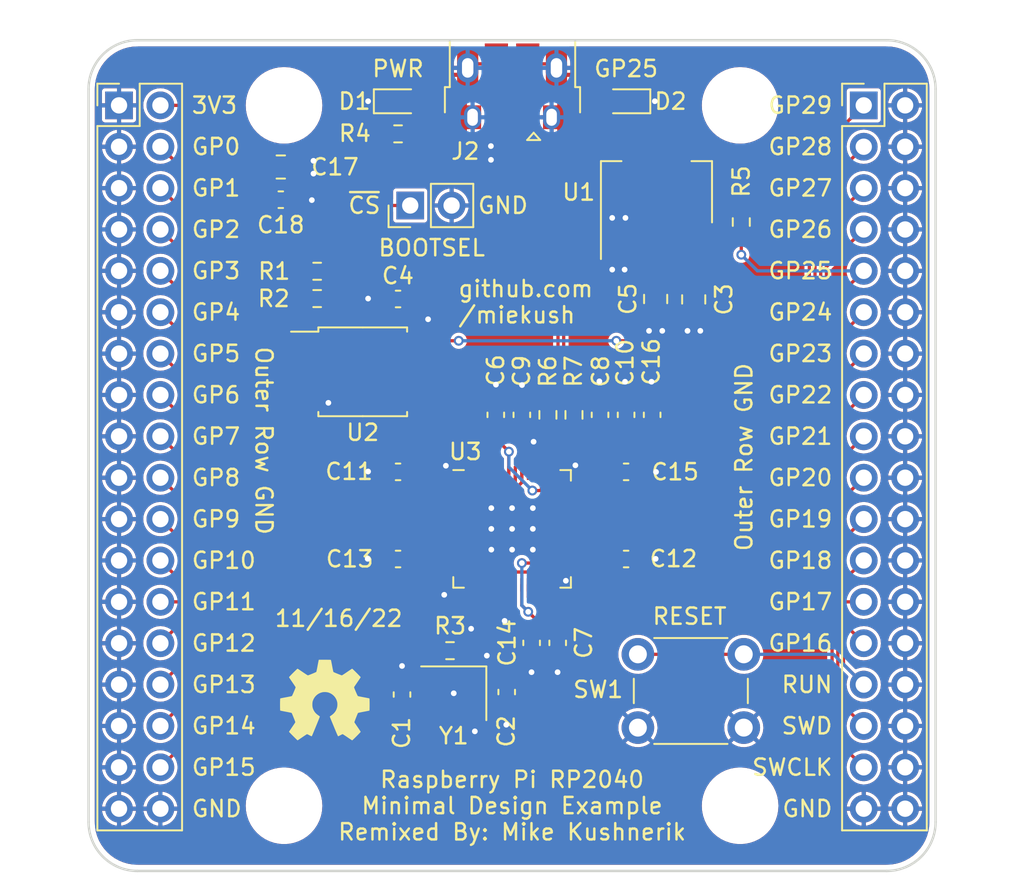
<source format=kicad_pcb>
(kicad_pcb (version 20211014) (generator pcbnew)
  (title_block (title "RP2040 Minimal Design Example") (date "2020-07-13") (rev "REV1") (company "Raspberry Pi (Trading) Ltd"))
  (layers (0 "F.Cu" signal) (31 "B.Cu" signal) (34 "B.Paste" user) (35 "F.Paste" user) (36 "B.SilkS" user "B.Silkscreen") (37 "F.SilkS" user "F.Silkscreen") (38 "B.Mask" user) (39 "F.Mask" user) (44 "Edge.Cuts" user))
  (net 0 "")
  (net 1 "GND")
  (net 2 "VBUS")
  (net 3 "/XIN")
  (net 4 "/XOUT")
  (net 5 "+3V3")
  (net 6 "+1V1")
  (net 7 "/~{USB_BOOT}")
  (net 8 "/GPIO15")
  (net 9 "/GPIO14")
  (net 10 "/GPIO13")
  (net 11 "/GPIO12")
  (net 12 "/GPIO11")
  (net 13 "/GPIO10")
  (net 14 "/GPIO9")
  (net 15 "/GPIO8")
  (net 16 "/GPIO7")
  (net 17 "/GPIO6")
  (net 18 "/GPIO5")
  (net 19 "/GPIO4")
  (net 20 "/GPIO3")
  (net 21 "/GPIO2")
  (net 22 "/GPIO1")
  (net 23 "/GPIO0")
  (net 24 "/GPIO29_ADC3")
  (net 25 "/GPIO28_ADC2")
  (net 26 "/GPIO27_ADC1")
  (net 27 "/GPIO26_ADC0")
  (net 28 "/GPIO25")
  (net 29 "/GPIO24")
  (net 30 "/GPIO23")
  (net 31 "/GPIO22")
  (net 32 "/GPIO21")
  (net 33 "/GPIO20")
  (net 34 "/GPIO19")
  (net 35 "/GPIO18")
  (net 36 "/GPIO17")
  (net 37 "/GPIO16")
  (net 38 "/RUN")
  (net 39 "/SWD")
  (net 40 "/SWCLK")
  (net 41 "/QSPI_SS")
  (net 42 "Net-(C2-Pad1)")
  (net 43 "/QSPI_SD3")
  (net 44 "/QSPI_SCLK")
  (net 45 "/QSPI_SD0")
  (net 46 "/QSPI_SD2")
  (net 47 "/QSPI_SD1")
  (net 48 "/USB_D+")
  (net 49 "/USB_D-")
  (net 51 "Net-(D1-Pad2)")
  (net 52 "Net-(D2-Pad2)")
  (net 53 "Net-(R6-Pad2)")
  (net 54 "Net-(R7-Pad2)")
  (footprint "Capacitor_SMD:C_0805_2012Metric" (layer "F.Cu") (at 108.8138 85.8872 -90)
    (fp_text reference "C5")
    (fp_text value "10u")
  )
  (footprint "RP2040_minimal:USB_Micro-B_Amphenol_10103594-0001LF_Horizontal_modified" (layer "F.Cu") (at 100 71.7 180)
    (fp_text reference "J2")
    (fp_text value "USB_B_Micro")
  )
  (footprint "Connector_PinHeader_2.54mm:PinHeader_2x18_P2.54mm_Vertical" (layer "F.Cu") (at 75.87 74)
    (fp_text reference "J3" hide)
    (fp_text value "Conn_02x18_Odd_Even")
  )
  (footprint "Capacitor_SMD:C_0603_1608Metric" (layer "F.Cu") (at 107 93 90)
    (fp_text reference "C10")
    (fp_text value "1u")
  )
  (footprint "Capacitor_SMD:C_0603_1608Metric" (layer "F.Cu") (at 105.4 93 90)
    (fp_text reference "C8")
    (fp_text value "1u")
  )
  (footprint "Capacitor_SMD:C_0603_1608Metric" (layer "F.Cu") (at 93 101.85 180)
    (fp_text reference "C13")
    (fp_text value "100n")
  )
  (footprint "Capacitor_SMD:C_0603_1608Metric" (layer "F.Cu") (at 93 85.8872 180)
    (fp_text reference "C4")
    (fp_text value "100n")
  )
  (footprint "Resistor_SMD:R_0603_1608Metric" (layer "F.Cu") (at 88.0342 85.8618 180)
    (fp_text reference "R2")
    (fp_text value "10K")
  )
  (footprint "Connector_PinHeader_2.54mm:PinHeader_2x18_P2.54mm_Vertical" (layer "F.Cu") (at 121.59 74)
    (fp_text reference "J4" hide)
    (fp_text value "Conn_02x18_Odd_Even")
  )
  (footprint "Package_TO_SOT_SMD:SOT-223-3_TabPin2" (layer "F.Cu") (at 108.8646 79.334 90)
    (fp_text reference "U1")
    (fp_text value "NCP1117-3.3_SOT223")
  )
  (footprint "Package_SO:SOIC-8_5.23x5.23mm_P1.27mm" (layer "F.Cu") (at 90.8306 90.3576)
    (fp_text reference "U2")
    (fp_text value "W25Q128JVS")
  )
  (footprint "Capacitor_SMD:C_0603_1608Metric" (layer "F.Cu") (at 99.6698 110.0172 -90)
    (fp_text reference "C2")
    (fp_text value "27p")
  )
  (footprint "Resistor_SMD:R_0603_1608Metric" (layer "F.Cu") (at 88.0342 84.1854)
    (fp_text reference "R1")
    (fp_text value "1k")
  )
  (footprint "Capacitor_SMD:C_0603_1608Metric" (layer "F.Cu") (at 100.6 93 90)
    (fp_text reference "C9")
    (fp_text value "100n")
  )
  (footprint "Capacitor_SMD:C_0603_1608Metric" (layer "F.Cu") (at 107 101.85)
    (fp_text reference "C12")
    (fp_text value "100n")
  )
  (footprint "Capacitor_SMD:C_0603_1608Metric" (layer "F.Cu") (at 101.2 107 -90)
    (fp_text reference "C14")
    (fp_text value "100n")
  )
  (footprint "Resistor_SMD:R_0603_1608Metric" (layer "F.Cu") (at 102.2 93 -90)
    (fp_text reference "R6")
    (fp_text value "27")
  )
  (footprint "Capacitor_SMD:C_0603_1608Metric" (layer "F.Cu") (at 102.8 107 -90)
    (fp_text reference "C7")
    (fp_text value "100n")
  )
  (footprint "Capacitor_SMD:C_0805_2012Metric" (layer "F.Cu") (at 111.1506 85.9126 -90)
    (fp_text reference "C3")
    (fp_text value "10u")
  )
  (footprint "Capacitor_SMD:C_0603_1608Metric" (layer "F.Cu") (at 93 96.5 180)
    (fp_text reference "C11")
    (fp_text value "100n")
  )
  (footprint "Capacitor_SMD:C_0603_1608Metric" (layer "F.Cu") (at 108.6 93 90)
    (fp_text reference "C16")
    (fp_text value "100n")
  )
  (footprint "RP2040_minimal:RP2040-QFN-56" (layer "F.Cu") (at 100 100)
    (fp_text reference "U3")
    (fp_text value "RP2040")
  )
  (footprint "Capacitor_SMD:C_0603_1608Metric" (layer "F.Cu") (at 93.2436 110.1696 90)
    (fp_text reference "C1")
    (fp_text value "27p")
  )
  (footprint "MountingHole:MountingHole_2.7mm_M2.5" (layer "F.Cu") (at 114 74)
    (fp_text reference "H2" hide)
    (fp_text value "MountingHole")
  )
  (footprint "Resistor_SMD:R_0603_1608Metric" (layer "F.Cu") (at 103.8 93 -90)
    (fp_text reference "R7")
    (fp_text value "27")
  )
  (footprint "MountingHole:MountingHole_2.7mm_M2.5" (layer "F.Cu") (at 114 117)
    (fp_text reference "H3" hide)
    (fp_text value "MountingHole")
  )
  (footprint "Capacitor_SMD:C_0603_1608Metric" (layer "F.Cu") (at 99 93 90)
    (fp_text reference "C6")
    (fp_text value "100n")
  )
  (footprint "Capacitor_SMD:C_0603_1608Metric" (layer "F.Cu") (at 107 96.5)
    (fp_text reference "C15")
    (fp_text value "100n")
  )
  (footprint "Resistor_SMD:R_0603_1608Metric" (layer "F.Cu") (at 96.19 107.4772 180)
    (fp_text reference "R3")
    (fp_text value "1k")
  )
  (footprint "MountingHole:MountingHole_2.7mm_M2.5" (layer "F.Cu") (at 86 74)
    (fp_text reference "H1" hide)
    (fp_text value "MountingHole")
  )
  (footprint "MountingHole:MountingHole_2.7mm_M2.5" (layer "F.Cu") (at 86 117)
    (fp_text reference "H4" hide)
    (fp_text value "MountingHole")
  )
  (footprint "Capacitor_SMD:C_0805_2012Metric" (layer "F.Cu") (at 85.8014 77.7846)
    (fp_text reference "C17")
    (fp_text value "10u")
  )
  (footprint "LOGO" (layer "F.Cu") (at 88.5 110.5)
    (fp_text reference "G***" hide)
    (fp_text value "LOGO" hide)
  )
  (footprint "Resistor_SMD:R_0603_1608Metric" (layer "F.Cu") (at 93 75.75)
    (fp_text reference "R4")
    (fp_text value "1k")
  )
  (footprint "Connector_PinHeader_2.54mm:PinHeader_1x02_P2.54mm_Vertical" (layer "F.Cu") (at 93.7466 80.1468 90)
    (fp_text reference "J1" hide)
    (fp_text value "BOOTSEL")
  )
  (footprint "LED_SMD:LED_0603_1608Metric" (layer "F.Cu") (at 107 73.75 180)
    (fp_text reference "D2")
    (fp_text value "GP25")
  )
  (footprint "Capacitor_SMD:C_0603_1608Metric" (layer "F.Cu") (at 85.8014 79.7912)
    (fp_text reference "C18")
    (fp_text value "100n")
  )
  (footprint "Button_Switch_THT:SW_PUSH_6mm" (layer "F.Cu") (at 114.224 112.2016 180)
    (fp_text reference "SW1")
    (fp_text value "RESET")
  )
  (footprint "Resistor_SMD:R_0603_1608Metric" (layer "F.Cu") (at 114.0716 81.1628 90)
    (fp_text reference "R5")
    (fp_text value "1k")
  )
  (footprint "Crystal:Crystal_SMD_Abracon_ABM8G-4Pin_3.2x2.5mm" (layer "F.Cu") (at 96.4186 110.0934 180)
    (fp_text reference "Y1")
    (fp_text value "12MHz")
  )
  (footprint "LED_SMD:LED_0603_1608Metric" (layer "F.Cu") (at 93 73.75)
    (fp_text reference "D1")
    (fp_text value "PWR")
  )
  (gr_line (start 123 121) (end 77 121) (layer "Edge.Cuts") (width 0.15))
  (gr_line (start 126 73) (end 126 118) (layer "Edge.Cuts") (width 0.15))
  (gr_line (start 77 70) (end 123 70) (layer "Edge.Cuts") (width 0.15))
  (gr_line (start 74 118) (end 74 73) (layer "Edge.Cuts") (width 0.15))
  (gr_arc (start 77 121) (mid 74.87868 120.12132) (end 74 118) (layer "Edge.Cuts") (width 0.15))
  (gr_arc (start 126 118) (mid 125.12132 120.12132) (end 123 121) (layer "Edge.Cuts") (width 0.15))
  (gr_arc (start 123 70) (mid 125.12132 70.87868) (end 126 73) (layer "Edge.Cuts") (width 0.15))
  (gr_arc (start 74 73) (mid 74.87868 70.87868) (end 77 70) (layer "Edge.Cuts") (width 0.15))
  (gr_text "GP1" (at 80.25 79.08) (layer "F.SilkS") (effects (font (size 1 1)) (justify left)))
  (gr_text "GP2" (at 80.25 81.62) (layer "F.SilkS") (effects (font (size 1 1)) (justify left)))
  (gr_text "GP3" (at 80.25 84.16) (layer "F.SilkS") (effects (font (size 1 1)) (justify left)))
  (gr_text "GP4" (at 80.25 86.7) (layer "F.SilkS") (effects (font (size 1 1)) (justify left)))
  (gr_text "GP5" (at 80.25 89.24) (layer "F.SilkS") (effects (font (size 1 1)) (justify left)))
  (gr_text "GP6" (at 80.25 91.78) (layer "F.SilkS") (effects (font (size 1 1)) (justify left)))
  (gr_text "GP7" (at 80.25 94.32) (layer "F.SilkS") (effects (font (size 1 1)) (justify left)))
  (gr_text "GP8" (at 80.25 96.86) (layer "F.SilkS") (effects (font (size 1 1)) (justify left)))
  (gr_text "GP9" (at 80.25 99.4) (layer "F.SilkS") (effects (font (size 1 1)) (justify left)))
  (gr_text "GP11" (at 80.25 104.48) (layer "F.SilkS") (effects (font (size 1 1)) (justify left)))
  (gr_text "GP10" (at 80.25 101.94) (layer "F.SilkS") (effects (font (size 1 1)) (justify left)))
  (gr_text "GP12" (at 80.25 107.02) (layer "F.SilkS") (effects (font (size 1 1)) (justify left)))
  (gr_text "GP13" (at 80.25 109.56) (layer "F.SilkS") (effects (font (size 1 1)) (justify left)))
  (gr_text "GP15" (at 80.25 114.64) (layer "F.SilkS") (effects (font (size 1 1)) (justify left)))
  (gr_text "GP14" (at 80.25 112.1) (layer "F.SilkS") (effects (font (size 1 1)) (justify left)))
  (gr_text "GP28" (at 119.75 76.54) (layer "F.SilkS") (effects (font (size 1 1)) (justify right)))
  (gr_text "GP27" (at 119.75 79.08) (layer "F.SilkS") (effects (font (size 1 1)) (justify right)))
  (gr_text "GP26" (at 119.75 81.62) (layer "F.SilkS") (effects (font (size 1 1)) (justify right)))
  (gr_text "GP25" (at 119.75 84.16) (layer "F.SilkS") (effects (font (size 1 1)) (justify right)))
  (gr_text "GP24" (at 119.75 86.7) (layer "F.SilkS") (effects (font (size 1 1)) (justify right)))
  (gr_text "GP23" (at 119.75 89.24) (layer "F.SilkS") (effects (font (size 1 1)) (justify right)))
  (gr_text "GP21" (at 119.75 94.32) (layer "F.SilkS") (effects (font (size 1 1)) (justify right)))
  (gr_text "GP20" (at 119.75 96.86) (layer "F.SilkS") (effects (font (size 1 1)) (justify right)))
  (gr_text "GP19" (at 119.75 99.4) (layer "F.SilkS") (effects (font (size 1 1)) (justify right)))
  (gr_text "GP17" (at 119.75 104.48) (layer "F.SilkS") (effects (font (size 1 1)) (justify right)))
  (gr_text "GP22" (at 119.75 91.78) (layer "F.SilkS") (effects (font (size 1 1)) (justify right)))
  (gr_text "GP18" (at 119.75 101.94) (layer "F.SilkS") (effects (font (size 1 1)) (justify right)))
  (gr_text "SWCLK" (at 119.75 114.64) (layer "F.SilkS") (effects (font (size 1 1)) (justify right)))
  (gr_text "SWD" (at 119.75 112.1) (layer "F.SilkS") (effects (font (size 1 1)) (justify right)))
  (gr_text "GP16" (at 119.75 107.02) (layer "F.SilkS") (effects (font (size 1 1)) (justify right)))
  (gr_text "RUN" (at 119.75 109.56) (layer "F.SilkS") (effects (font (size 1 1)) (justify right)))
  (gr_text "GND" (at 80.25 117.18) (layer "F.SilkS") (effects (font (size 1 1)) (justify left)))
  (gr_text "GND" (at 119.75 117.18) (layer "F.SilkS") (effects (font (size 1 1)) (justify right)))
  (gr_text "GP29" (at 119.75 74) (layer "F.SilkS") (effects (font (size 1 1)) (justify right)))
  (gr_text "Outer Row GND" (at 84.76 94.59 270) (layer "F.SilkS") (effects (font (size 1 1))))
  (gr_text "Outer Row GND" (at 114.24 95.59 90) (layer "F.SilkS") (effects (font (size 1 1))))
  (gr_text "Raspberry Pi RP2040\nMinimal Design Example\nRemixed By: Mike Kushnerik" (at 100 117) (layer "F.SilkS") (effects (font (size 1 1))))
  (gr_text "github.com\n/miekush" (at 96.6218 86.065) (layer "F.SilkS") (effects (font (size 1 1)) (justify left)))
  (gr_text "GND" (at 99.4412 80.1468) (layer "F.SilkS") (effects (font (size 1 1))))
  (gr_text "~{CS}" (at 90.9322 80.1468) (layer "F.SilkS") (effects (font (size 1 1))))
  (gr_text "11/16/22" (at 89.3574 105.5) (layer "F.SilkS") (effects (font (size 1 1))))
  (gr_text "3V3" (at 80.25 74) (layer "F.SilkS") (effects (font (size 1 1)) (justify left)))
  (gr_text "GP0" (at 80.25 76.54) (layer "F.SilkS") (effects (font (size 1 1)) (justify left)))
  (segment (start 100.96 71.45) (end 102.46 71.45) (width 0.2) (layer "F.Cu") (net 1))
  (segment (start 93.5738 106.385) (end 96.820981 106.385) (width 0.2) (layer "F.Cu") (net 1))
  (segment (start 96.820981 106.385) (end 99 104.205981) (width 0.2) (layer "F.Cu") (net 1))
  (segment (start 99 104.205981) (end 99 103.4375) (width 0.2) (layer "F.Cu") (net 1))
  (segment (start 97.54 71.45) (end 97.27 71.72) (width 0.2) (layer "F.Cu") (net 1))
  (segment (start 99.04 71.45) (end 97.54 71.45) (width 0.2) (layer "F.Cu") (net 1))
  (segment (start 102.46 71.45) (end 102.73 71.72) (width 0.2) (layer "F.Cu") (net 1))
  (via (at 108.4074 87.843) (size 0.6) (drill 0.35) (layers "F.Cu" "B.Cu") (net 1))
  (via (at 87.7064 79.8166) (size 0.6) (drill 0.35) (layers "F.Cu" "B.Cu") (net 1))
  (via (at 102.794 108.798) (size 0.6) (drill 0.35) (layers "F.Cu" "B.Cu") (net 1))
  (via (at 108.763 73.746) (size 0.6) (drill 0.35) (layers "F.Cu" "B.Cu") (net 1))
  (via (at 100.6096 91.1704) (size 0.6) (drill 0.35) (layers "F.Cu" "B.Cu") (net 1))
  (via (at 91.1354 101.8384) (size 0.6) (drill 0.35) (layers "F.Cu" "B.Cu") (net 1))
  (via (at 101.1938 108.798) (size 0.6) (drill 0.35) (layers "F.Cu" "B.Cu") (net 1))
  (via (at 87.808 78.191) (size 0.6) (drill 0.35) (layers "F.Cu" "B.Cu") (net 1))
  (via (at 96.4186 110.0934) (size 0.6) (drill 0.35) (layers "F.Cu" "B.Cu") (net 1))
  (via (at 106.9596 80.9088) (size 0.6) (drill 0.35) (layers "F.Cu" "B.Cu") (net 1))
  (via (at 109.2202 87.843) (size 0.6) (drill 0.35) (layers "F.Cu" "B.Cu") (net 1))
  (via (at 101.3208 94.6502) (size 0.6) (drill 0.35) (layers "F.Cu" "B.Cu") (net 1))
  (via (at 99.0094 91.145) (size 0.6) (drill 0.35) (layers "F.Cu" "B.Cu") (net 1))
  (via (at 105.3594 90.9418) (size 0.6) (drill 0.35) (layers "F.Cu" "B.Cu") (net 1))
  (via (at 88.7224 92.2626) (size 0.6) (drill 0.35) (layers "F.Cu" "B.Cu") (net 1))
  (via (at 108.5598 90.9672) (size 0.6) (drill 0.35) (layers "F.Cu" "B.Cu") (net 1))
  (via (at 93.2436 108.417) (size 0.6) (drill 0.35) (layers "F.Cu" "B.Cu") (net 1))
  (via (at 91.1608 96.479) (size 0.6) (drill 0.35) (layers "F.Cu" "B.Cu") (net 1))
  (via (at 108.8392 96.5044) (size 0.6) (drill 0.35) (layers "F.Cu" "B.Cu") (net 1))
  (via (at 97.4854 106.131) (size 0.6) (drill 0.35) (layers "F.Cu" "B.Cu") (net 1))
  (via (at 97.714 112.4302) (size 0.6) (drill 0.35) (layers "F.Cu" "B.Cu") (net 1))
  (via (at 98.7 76.5) (size 0.6) (drill 0.35) (layers "F.Cu" "B.Cu") (net 1))
  (via (at 106.1468 80.9088) (size 0.6) (drill 0.35) (layers "F.Cu" "B.Cu") (net 1))
  (via (at 98.7046 77.3448) (size 0.6) (drill 0.35) (layers "F.Cu" "B.Cu") (net 1))
  (via (at 106.1468 84.0838) (size 0.6) (drill 0.35) (layers "F.Cu" "B.Cu") (net 1))
  (via (at 106.9088 84.0838) (size 0.6) (drill 0.35) (layers "F.Cu" "B.Cu") (net 1))
  (via (at 108.8138 101.8384) (size 0.6) (drill 0.35) (layers "F.Cu" "B.Cu") (net 1))
  (via (at 94.8438 87.1318) (size 0.6) (drill 0.35) (layers "F.Cu" "B.Cu") (net 1))
  (via (at 99.6444 112.0238) (size 0.6) (drill 0.35) (layers "F.Cu" "B.Cu") (net 1))
  (via (at 98.4506 107.782) (size 0.6) (drill 0.35) (layers "F.Cu" "B.Cu") (net 1))
  (via (at 111.557 87.843) (size 0.6) (drill 0.35) (layers "F.Cu" "B.Cu") (net 1))
  (via (at 95.8344 104.0482) (size 0.6) (drill 0.35) (layers "F.Cu" "B.Cu") (net 1))
  (via (at 110.7696 87.843) (size 0.6) (drill 0.35) (layers "F.Cu" "B.Cu") (net 1))
  (via (at 91.1608 85.8618) (size 0.6) (drill 0.35) (layers "F.Cu" "B.Cu") (net 1))
  (via (at 103.8862 96.098) (size 0.6) (drill 0.35) (layers "F.Cu" "B.Cu") (net 1))
  (via (at 99.5428 105.6484) (size 0.6) (drill 0.35) (layers "F.Cu" "B.Cu") (net 1))
  (via (at 91.1608 73.746) (size 0.6) (drill 0.35) (layers "F.Cu" "B.Cu") (net 1))
  (via (at 95.936 96.1234) (size 0.6) (drill 0.35) (layers "F.Cu" "B.Cu") (net 1))
  (via (at 103.302 103.1846) (size 0.6) (drill 0.35) (layers "F.Cu" "B.Cu") (net 1))
  (via (at 87.808 77.4036) (size 0.6) (drill 0.35) (layers "F.Cu" "B.Cu") (net 1))
  (via (at 106.9342 90.9672) (size 0.6) (drill 0.35) (layers "F.Cu" "B.Cu") (net 1))
  (segment (start 101.3 78.1448) (end 102.4384 79.2832) (width 0.381) (layer "F.Cu") (net 2))
  (segment (start 111.1646 80.3386) (end 111.1646 82.484) (width 0.381) (layer "F.Cu") (net 2))
  (segment (start 111.1506 84.9751) (end 111.1506 82.498) (width 0.381) (layer "F.Cu") (net 2))
  (segment (start 110.1092 79.2832) (end 111.1646 80.3386) (width 0.381) (layer "F.Cu") (net 2))
  (segment (start 101.3 74.525) (end 101.3 78.1448) (width 0.381) (layer "F.Cu") (net 2))
  (segment (start 102.4384 79.2832) (end 110.1092 79.2832) (width 0.381) (layer "F.Cu") (net 2))
  (segment (start 111.1506 82.498) (end 111.1646 82.484) (width 0.381) (layer "F.Cu") (net 2))
  (segment (start 95.3186 110.9434) (end 95.3174 110.9446) (width 0.2) (layer "F.Cu") (net 3))
  (segment (start 99.4 103.4375) (end 99.4 104.300277) (width 0.2) (layer "F.Cu") (net 3))
  (segment (start 98.1712 105.529077) (end 98.1712 106.385) (width 0.2) (layer "F.Cu") (net 3))
  (segment (start 94.1834 107.528) (end 94.1834 110.9446) (width 0.2) (layer "F.Cu") (net 3))
  (segment (start 94.95872 106.75268) (end 94.1834 107.528) (width 0.2) (layer "F.Cu") (net 3))
  (segment (start 99.4 104.300277) (end 98.1712 105.529077) (width 0.2) (layer "F.Cu") (net 3))
  (segment (start 98.1712 106.385) (end 97.80352 106.75268) (width 0.2) (layer "F.Cu") (net 3))
  (segment (start 94.1846 110.9434) (end 95.3186 110.9434) (width 0.2) (layer "F.Cu") (net 3))
  (segment (start 95.3174 110.9446) (end 93.2436 110.9446) (width 0.2) (layer "F.Cu") (net 3))
  (segment (start 97.80352 106.75268) (end 94.95872 106.75268) (width 0.2) (layer "F.Cu") (net 3))
  (segment (start 94.1834 110.9446) (end 94.1846 110.9434) (width 0.2) (layer "F.Cu") (net 3))
  (segment (start 98.520719 106.529777) (end 97.948296 107.1022) (width 0.2) (layer "F.Cu") (net 4))
  (segment (start 98.52072 105.673853) (end 98.520719 106.529777) (width 0.2) (layer "F.Cu") (net 4))
  (segment (start 97.948296 107.1022) (end 97.015 107.1022) (width 0.2) (layer "F.Cu") (net 4))
  (segment (start 99.8 103.4375) (end 99.8 104.394573) (width 0.2) (layer "F.Cu") (net 4))
  (segment (start 99.8 104.394573) (end 98.52072 105.673853) (width 0.2) (layer "F.Cu") (net 4))
  (segment (start 97.015 107.1022) (end 97.015 107.4772) (width 0.2) (layer "F.Cu") (net 4))
  (segment (start 88.0366 81.1882) (end 84.0488 81.1882) (width 0.2) (layer "F.Cu") (net 5))
  (segment (start 95.9106 88.4526) (end 96.7234 88.4526) (width 0.2) (layer "F.Cu") (net 5))
  (segment (start 103.4375 101) (end 104.225887 101) (width 0.2) (layer "F.Cu") (net 5))
  (segment (start 107 93.775) (end 107 94.6906) (width 0.2) (layer "F.Cu") (net 5))
  (segment (start 102.6 96.5625) (end 102.6 97.4026) (width 0.2) (layer "F.Cu") (net 5))
  (segment (start 83.49 79.7912) (end 83.4392 79.7404) (width 0.2) (layer "F.Cu") (net 5))
  (segment (start 81.4326 74) (end 78.41 74) (width 0.2) (layer "F.Cu") (net 5))
  (segment (start 88.0366 81.1882) (end 90.2972 78.9276) (width 0.2) (layer "F.Cu") (net 5))
  (segment (start 83.4392 80.5786) (end 83.4392 79.7404) (width 0.2) (layer "F.Cu") (net 5))
  (segment (start 94.937818 101.85) (end 93.775 101.85) (width 0.2) (layer "F.Cu") (net 5))
  (segment (start 100.1966 96.5659) (end 100.2 96.5625) (width 0.2) (layer "F.Cu") (net 5))
  (segment (start 102.6026 97.4) (end 103.4375 97.4) (width 0.2) (layer "F.Cu") (net 5))
  (segment (start 95.1442 96.5) (end 93.775 96.5) (width 0.2) (layer "F.Cu") (net 5))
  (segment (start 83.4392 77.7592) (end 83.4392 76.0066) (width 0.2) (layer "F.Cu") (net 5))
  (segment (start 108.6868 94.701) (end 108.6868 93.7742) (width 0.2) (layer "F.Cu") (net 5))
  (segment (start 83.4392 76.0066) (end 81.4326 74) (width 0.2) (layer "F.Cu") (net 5))
  (segment (start 105.075887 101.85) (end 106.225 101.85) (width 0.2) (layer "F.Cu") (net 5))
  (segment (start 104.225887 101) (end 105.075887 101.85) (width 0.2) (layer "F.Cu") (net 5))
  (segment (start 100.349 97.4) (end 100.6 97.149) (width 0.2) (layer "F.Cu") (net 5))
  (segment (start 110.2362 93.7612) (end 110.2362 89.2908) (width 0.2) (layer "F.Cu") (net 5))
  (segment (start 104.313977 95.355319) (end 104.968296 94.701) (width 0.2) (layer "F.Cu") (net 5))
  (segment (start 83.4392 79.7404) (end 83.4392 77.7592) (width 0.2) (layer "F.Cu") (net 5))
  (segment (start 109.398 88.4526) (end 107.3406 88.4526) (width 0.2) (layer "F.Cu") (net 5))
  (segment (start 90.2972 76.7178) (end 91.265 75.75) (width 0.2) (layer "F.Cu") (net 5))
  (segment (start 96.5625 97.4) (end 96.0442 97.4) (width 0.2) (layer "F.Cu") (net 5))
  (segment (start 104.968296 94.701) (end 107.0104 94.701) (width 0.2) (layer "F.Cu") (net 5))
  (segment (start 103.8034 97.4) (end 104.7034 96.5) (width 0.2) (layer "F.Cu") (net 5))
  (segment (start 100.2 105.228527) (end 101.196473 106.225) (width 0.2) (layer "F.Cu") (net 5))
  (segment (start 107.3406 88.4526) (end 107.3406 85.4046) (width 0.2) (layer "F.Cu") (net 5))
  (segment (start 100.6 96.5625) (end 100.6 93.775) (width 0.2) (layer "F.Cu") (net 5))
  (segment (start 88.8748 85.0236) (end 88.3668 85.0236) (width 0.2) (layer "F.Cu") (net 5))
  (segment (start 95.787818 101) (end 94.937818 101.85) (width 0.2) (layer "F.Cu") (net 5))
  (segment (start 101.196473 106.225) (end 101.2 106.225) (width 0.2) (layer "F.Cu") (net 5))
  (segment (start 88.8592 85.8618) (end 88.8592 85.0392) (width 0.2) (layer "F.Cu") (net 5))
  (segment (start 84.0488 81.1882) (end 83.4392 80.5786) (width 0.2) (layer "F.Cu") (net 5))
  (segment (start 100.2 103.4375) (end 100.2 102.6512) (width 0.2) (layer "F.Cu") (net 5))
  (segment (start 97.3584 101.94) (end 97.3584 97.4) (width 0.2) (layer "F.Cu") (net 5))
  (segment (start 102.2 96.1078) (end 102.952481 95.355319) (width 0.2) (layer "F.Cu") (net 5))
  (segment (start 100.1966 97.4) (end 100.349 97.4) (width 0.2) (layer "F.Cu") (net 5))
  (segment (start 102.6 97.4026) (end 102.6026 97.4) (width 0.2) (layer "F.Cu") (net 5))
  (segment (start 95.9106 88.4526) (end 95.9106 85.9634) (width 0.2) (layer "F.Cu") (net 5))
  (segment (start 90.2972 78.9276) (end 90.2972 76.7178) (width 0.2) (layer "F.Cu") (net 5))
  (segment (start 94.4306 88.4526) (end 95.9106 88.4526) (width 0.2) (layer "F.Cu") (net 5))
  (segment (start 88.8592 85.0392) (end 88.8748 85.0236) (width 0.2) (layer "F.Cu") (net 5))
  (segment (start 97.3584 97.4) (end 100.1966 97.4) (width 0.2) (layer "F.Cu") (net 5))
  (segment (start 103.4375 101) (end 102.6164 101) (width 0.2) (layer "F.Cu") (net 5))
  (segment (start 96.5625 101) (end 97.3584 101) (width 0.2) (layer "F.Cu") (net 5))
  (segment (start 109.2964 94.701) (end 110.2362 93.7612) (width 0.2) (layer "F.Cu") (net 5))
  (segment (start 100.1966 97.4) (end 100.1966 96.5659) (width 0.2) (layer "F.Cu") (net 5))
  (segment (start 107.0104 94.701) (end 108.6868 94.701) (width 0.2) (layer "F.Cu") (net 5))
  (segment (start 107.3406 85.4046) (end 107.7955 84.9497) (width 0.2) (layer "F.Cu") (net 5))
  (segment (start 96.5625 101) (end 95.787818 101) (width 0.2) (layer "F.Cu") (net 5))
  (segment (start 106.4008 88.4526) (end 107.3406 88.4526) (width 0.2) (layer "F.Cu") (net 5))
  (segment (start 108.8138 84.9497) (end 108.8138 84.0584) (width 0.381) (layer "F.Cu") (net 5))
  (segment (start 84.8639 77.7846) (end 83.4646 77.7846) (width 0.2) (layer "F.Cu") (net 5))
  (segment (start 93.775 88.4526) (end 94.4306 88.4526) (width 0.2) (layer "F.Cu") (net 5))
  (segment (start 108.6868 94.701) (end 109.2964 94.701) (width 0.2) (layer "F.Cu") (net 5))
  (segment (start 100.2 103.4375) (end 100.2 105.228527) (width 0.2) (layer "F.Cu") (net 5))
  (segment (start 94.9708 85.0236) (end 88.8748 85.0236) (width 0.2) (layer "F.Cu") (net 5))
  (segment (start 101.906689 102.649511) (end 98.067911 102.649511) (width 0.2) (layer "F.Cu") (net 5))
  (segment (start 102.952481 95.355319) (end 104.313977 95.355319) (width 0.2) (layer "F.Cu") (net 5))
  (segment (start 102.6 97.4026) (end 102.6 101.9562) (width 0.2) (layer "F.Cu") (net 5))
  (segment (start 96.5625 97.4) (end 97.4 97.4) (width 0.2) (layer "F.Cu") (net 5))
  (segment (start 88.0366 84.6934) (end 88.0366 81.1882) (width 0.2) (layer "F.Cu") (net 5))
  (segment (start 98.067911 102.649511) (end 97.3584 101.94) (width 0.2) (layer "F.Cu") (net 5))
  (segment (start 108.8138 84.0584) (end 108.8138 82.5348) (width 0.381) (layer "F.Cu") (net 5))
  (segment (start 91.265 75.75) (end 92.175 75.75) (width 0.2) (layer "F.Cu") (net 5))
  (segment (start 104.7034 96.5) (end 106.225 96.5) (width 0.2) (layer "F.Cu") (net 5))
  (segment (start 103.4375 97.4) (end 103.8034 97.4) (width 0.2) (layer "F.Cu") (net 5))
  (segment (start 102.3434 97.4) (end 103.4375 97.4) (width 0.2) (layer "F.Cu") (net 5))
  (segment (start 102.6164 101) (end 102.6162 101.0002) (width 0.2) (layer "F.Cu") (net 5))
  (segment (start 102.6 101.9562) (end 101.906689 102.649511) (width 0.2) (layer "F.Cu") (net 5))
  (segment (start 100.6 97.149) (end 100.6 96.5625) (width 0.2) (layer "F.Cu") (net 5))
  (segment (start 88.3668 85.0236) (end 88.0366 84.6934) (width 0.2) (layer "F.Cu") (net 5))
  (segment (start 83.4646 77.7846) (end 83.4392 77.7592) (width 0.2) (layer "F.Cu") (net 5))
  (segment (start 102.2 97.2566) (end 102.3434 97.4) (width 0.2) (layer "F.Cu") (net 5))
  (segment (start 102.2 96.5625) (end 102.2 97.2566) (width 0.2) (layer "F.Cu") (net 5))
  (segment (start 93.775 85.8872) (end 93.775 88.4526) (width 0.2) (layer "F.Cu") (net 5))
  (segment (start 85.0264 79.7912) (end 83.49 79.7912) (width 0.2) (layer "F.Cu") (net 5))
  (segment (start 95.9106 85.9634) (end 94.9708 85.0236) (width 0.2) (layer "F.Cu") (net 5))
  (segment (start 108.8138 82.5348) (end 108.8646 82.484) (width 0.381) (layer "F.Cu") (net 5))
  (segment (start 102.2 96.5625) (end 102.2 96.1078) (width 0.2) (layer "F.Cu") (net 5))
  (segment (start 110.2362 89.2908) (end 109.398 88.4526) (width 0.2) (layer "F.Cu") (net 5))
  (segment (start 96.0442 97.4) (end 95.1442 96.5) (width 0.2) (layer "F.Cu") (net 5))
  (segment (start 107 94.6906) (end 107.0104 94.701) (width 0.2) (layer "F.Cu") (net 5))
  (segment (start 107.7955 84.9497) (end 108.8138 84.9497) (width 0.2) (layer "F.Cu") (net 5))
  (via (at 106.4008 88.4526) (size 0.6) (drill 0.35) (layers "F.Cu" "B.Cu") (net 5))
  (via (at 96.7234 88.4526) (size 0.6) (drill 0.35) (layers "F.Cu" "B.Cu") (net 5))
  (segment (start 106.4008 88.4526) (end 96.7234 88.4526) (width 0.2) (layer "B.Cu") (net 5))
  (segment (start 101.8 96.5625) (end 101.8 97.6474) (width 0.2) (layer "F.Cu") (net 6))
  (segment (start 101.4236 105.5226) (end 102.0976 105.5226) (width 0.2) (layer "F.Cu") (net 6))
  (segment (start 104.1692 95.0058) (end 105.4 93.775) (width 0.2) (layer "F.Cu") (net 6))
  (segment (start 101.778 97.6474) (end 101.2446 97.6474) (width 0.2) (layer "F.Cu") (net 6))
  (segment (start 99.804175 95.2598) (end 99.8 95.263975) (width 0.2) (layer "F.Cu") (net 6))
  (segment (start 102.807705 95.0058) (end 104.1692 95.0058) (width 0.2) (layer "F.Cu") (net 6))
  (segment (start 100.9906 105.0896) (end 101.4236 105.5226) (width 0.2) (layer "F.Cu") (net 6))
  (segment (start 101.8 96.013505) (end 102.807705 95.0058) (width 0.2) (layer "F.Cu") (net 6))
  (segment (start 99.8 95.263975) (end 99.8 96.5625) (width 0.2) (layer "F.Cu") (net 6))
  (segment (start 101.8 97.6474) (end 102.1844 98.0318) (width 0.2) (layer "F.Cu") (net 6))
  (segment (start 101.8 96.5625) (end 101.8 96.013505) (width 0.2) (layer "F.Cu") (net 6))
  (segment (start 102.1844 101.7114) (end 101.7958 102.1) (width 0.2) (layer "F.Cu") (net 6))
  (segment (start 102.0976 105.5226) (end 102.8 106.225) (width 0.2) (layer "F.Cu") (net 6))
  (segment (start 102.1844 98.0318) (end 102.1844 101.7114) (width 0.2) (layer "F.Cu") (net 6))
  (segment (start 101.7958 102.1) (end 100.6 102.1) (width 0.2) (layer "F.Cu") (net 6))
  (segment (start 100.6 104.699) (end 100.6 103.4375) (width 0.2) (layer "F.Cu") (net 6))
  (segment (start 100.9906 105.0896) (end 100.6 104.699) (width 0.2) (layer "F.Cu") (net 6))
  (segment (start 99 94.455625) (end 99 93.775) (width 0.2) (layer "F.Cu") (net 6))
  (segment (start 99.804175 95.2598) (end 99 94.455625) (width 0.2) (layer "F.Cu") (net 6))
  (via (at 99.804175 95.2598) (size 0.6) (drill 0.35) (layers "F.Cu" "B.Cu") (net 6))
  (via (at 101.2446 97.6474) (size 0.6) (drill 0.35) (layers "F.Cu" "B.Cu") (net 6))
  (via (at 100.6 102.1) (size 0.6) (drill 0.35) (layers "F.Cu" "B.Cu") (net 6))
  (via (at 100.9906 105.0896) (size 0.6) (drill 0.35) (layers "F.Cu" "B.Cu") (net 6))
  (segment (start 100.6 104.699) (end 100.9906 105.0896) (width 0.2) (layer "B.Cu") (net 6))
  (segment (start 99.804175 96.206975) (end 101.2446 97.6474) (width 0.2) (layer "B.Cu") (net 6))
  (segment (start 100.6 102.1) (end 100.6 104.699) (width 0.2) (layer "B.Cu") (net 6))
  (segment (start 99.804175 95.2598) (end 99.804175 96.206975) (width 0.2) (layer "B.Cu") (net 6))
  (segment (start 90.2972 80.1468) (end 93.7466 80.1468) (width 0.2) (layer "F.Cu") (net 7))
  (segment (start 88.8592 81.5848) (end 90.2972 80.1468) (width 0.2) (layer "F.Cu") (net 7))
  (segment (start 88.8592 84.1854) (end 88.8592 81.5848) (width 0.2) (layer "F.Cu") (net 7))
  (segment (start 81.034811 105.878077) (end 80.35364 106.559248) (width 0.2) (layer "F.Cu") (net 8))
  (segment (start 80.35364 106.559248) (end 80.35364 112.69636) (width 0.2) (layer "F.Cu") (net 8))
  (segment (start 98.6 103.4375) (end 98.6 104.111685) (width 0.2) (layer "F.Cu") (net 8))
  (segment (start 98.6 104.111685) (end 96.833608 105.878077) (width 0.2) (layer "F.Cu") (net 8))
  (segment (start 96.833608 105.878077) (end 81.034811 105.878077) (width 0.2) (layer "F.Cu") (net 8))
  (segment (start 80.35364 112.69636) (end 78.41 114.64) (width 0.2) (layer "F.Cu") (net 8))
  (segment (start 98.2 103.4375) (end 98.2 104.01739) (width 0.2) (layer "F.Cu") (net 9))
  (segment (start 80.00412 110.50588) (end 78.41 112.1) (width 0.2) (layer "F.Cu") (net 9))
  (segment (start 80.00412 106.414472) (end 80.00412 110.50588) (width 0.2) (layer "F.Cu") (net 9))
  (segment (start 80.890034 105.528558) (end 80.00412 106.414472) (width 0.2) (layer "F.Cu") (net 9))
  (segment (start 98.2 104.01739) (end 96.688832 105.528558) (width 0.2) (layer "F.Cu") (net 9))
  (segment (start 96.688832 105.528558) (end 80.890034 105.528558) (width 0.2) (layer "F.Cu") (net 9))
  (segment (start 96.544056 105.179039) (end 80.745257 105.179039) (width 0.2) (layer "F.Cu") (net 10))
  (segment (start 97.8 103.923095) (end 96.544056 105.179039) (width 0.2) (layer "F.Cu") (net 10))
  (segment (start 79.6546 108.3154) (end 78.41 109.56) (width 0.2) (layer "F.Cu") (net 10))
  (segment (start 97.8 103.4375) (end 97.8 103.923095) (width 0.2) (layer "F.Cu") (net 10))
  (segment (start 80.745257 105.179039) (end 79.6546 106.269696) (width 0.2) (layer "F.Cu") (net 10))
  (segment (start 79.6546 106.269696) (end 79.6546 108.3154) (width 0.2) (layer "F.Cu") (net 10))
  (segment (start 96.399281 104.829519) (end 80.600481 104.829519) (width 0.2) (layer "F.Cu") (net 11))
  (segment (start 97.4 103.4375) (end 97.4 103.8288) (width 0.2) (layer "F.Cu") (net 11))
  (segment (start 97.4 103.8288) (end 96.399281 104.829519) (width 0.2) (layer "F.Cu") (net 11))
  (segment (start 80.600481 104.829519) (end 78.41 107.02) (width 0.2) (layer "F.Cu") (net 11))
  (segment (start 96.165 102.6) (end 96.5625 102.6) (width 0.2) (layer "F.Cu") (net 12))
  (segment (start 94.285 104.48) (end 96.165 102.6) (width 0.2) (layer "F.Cu") (net 12))
  (segment (start 78.41 104.48) (end 94.285 104.48) (width 0.2) (layer "F.Cu") (net 12))
  (segment (start 94.140224 104.13048) (end 80.60048 104.13048) (width 0.2) (layer "F.Cu") (net 13))
  (segment (start 80.60048 104.13048) (end 78.41 101.94) (width 0.2) (layer "F.Cu") (net 13))
  (segment (start 96.5625 102.2) (end 96.070705 102.2) (width 0.2) (layer "F.Cu") (net 13))
  (segment (start 96.070705 102.2) (end 94.140224 104.13048) (width 0.2) (layer "F.Cu") (net 13))
  (segment (start 96.5625 101.8) (end 95.97641 101.8) (width 0.2) (layer "F.Cu") (net 14))
  (segment (start 79.6546 102.690304) (end 79.6546 100.6446) (width 0.2) (layer "F.Cu") (net 14))
  (segment (start 80.745256 103.78096) (end 79.6546 102.690304) (width 0.2) (layer "F.Cu") (net 14))
  (segment (start 79.6546 100.6446) (end 78.41 99.4) (width 0.2) (layer "F.Cu") (net 14))
  (segment (start 95.97641 101.8) (end 93.99545 103.78096) (width 0.2) (layer "F.Cu") (net 14))
  (segment (start 93.99545 103.78096) (end 80.745256 103.78096) (width 0.2) (layer "F.Cu") (net 14))
  (segment (start 80.890032 103.43144) (end 80.00412 102.545528) (width 0.2) (layer "F.Cu") (net 15))
  (segment (start 93.850674 103.43144) (end 80.890032 103.43144) (width 0.2) (layer "F.Cu") (net 15))
  (segment (start 80.00412 98.45412) (end 78.41 96.86) (width 0.2) (layer "F.Cu") (net 15))
  (segment (start 96.5625 101.4) (end 95.882114 101.4) (width 0.2) (layer "F.Cu") (net 15))
  (segment (start 95.882114 101.4) (end 93.850674 103.43144) (width 0.2) (layer "F.Cu") (net 15))
  (segment (start 80.00412 102.545528) (end 80.00412 98.45412) (width 0.2) (layer "F.Cu") (net 15))
  (segment (start 84.69 100.6) (end 78.41 94.32) (width 0.2) (layer "F.Cu") (net 16))
  (segment (start 96.5625 100.6) (end 84.69 100.6) (width 0.2) (layer "F.Cu") (net 16))
  (segment (start 79.660448 95.076152) (end 84.784296 100.2) (width 0.2) (layer "F.Cu") (net 17))
  (segment (start 78.41 91.78) (end 79.660448 93.030448) (width 0.2) (layer "F.Cu") (net 17))
  (segment (start 79.660448 93.030448) (end 79.660448 95.076152) (width 0.2) (layer "F.Cu") (net 17))
  (segment (start 84.784296 100.2) (end 96.5625 100.2) (width 0.2) (layer "F.Cu") (net 17))
  (segment (start 80.009968 94.931376) (end 80.009968 90.839968) (width 0.2) (layer "F.Cu") (net 18))
  (segment (start 80.009968 90.839968) (end 78.41 89.24) (width 0.2) (layer "F.Cu") (net 18))
  (segment (start 84.878592 99.8) (end 80.009968 94.931376) (width 0.2) (layer "F.Cu") (net 18))
  (segment (start 96.5625 99.8) (end 84.878592 99.8) (width 0.2) (layer "F.Cu") (net 18))
  (segment (start 80.359488 94.7866) (end 80.359488 88.649488) (width 0.2) (layer "F.Cu") (net 19))
  (segment (start 84.972888 99.4) (end 80.359488 94.7866) (width 0.2) (layer "F.Cu") (net 19))
  (segment (start 96.5625 99.4) (end 84.972888 99.4) (width 0.2) (layer "F.Cu") (net 19))
  (segment (start 80.359488 88.649488) (end 78.41 86.7) (width 0.2) (layer "F.Cu") (net 19))
  (segment (start 96.5625 99) (end 85.067184 99) (width 0.2) (layer "F.Cu") (net 20))
  (segment (start 80.709008 94.641824) (end 80.709008 86.459008) (width 0.2) (layer "F.Cu") (net 20))
  (segment (start 85.067184 99) (end 80.709008 94.641824) (width 0.2) (layer "F.Cu") (net 20))
  (segment (start 80.709008 86.459008) (end 78.41 84.16) (width 0.2) (layer "F.Cu") (net 20))
  (segment (start 85.16148 98.6) (end 81.058528 94.497048) (width 0.2) (layer "F.Cu") (net 21))
  (segment (start 81.058528 84.268528) (end 78.41 81.62) (width 0.2) (layer "F.Cu") (net 21))
  (segment (start 81.058528 94.497048) (end 81.058528 84.268528) (width 0.2) (layer "F.Cu") (net 21))
  (segment (start 96.5625 98.6) (end 85.16148 98.6) (width 0.2) (layer "F.Cu") (net 21))
  (segment (start 81.408048 82.078048) (end 78.41 79.08) (width 0.2) (layer "F.Cu") (net 22))
  (segment (start 85.255776 98.2) (end 81.408048 94.352272) (width 0.2) (layer "F.Cu") (net 22))
  (segment (start 81.408048 94.352272) (end 81.408048 82.078048) (width 0.2) (layer "F.Cu") (net 22))
  (segment (start 96.5625 98.2) (end 85.255776 98.2) (width 0.2) (layer "F.Cu") (net 22))
  (segment (start 96.5625 97.8) (end 85.350072 97.8) (width 0.2) (layer "F.Cu") (net 23))
  (segment (start 81.757568 79.887568) (end 78.41 76.54) (width 0.2) (layer "F.Cu") (net 23))
  (segment (start 81.757568 94.207496) (end 81.757568 79.887568) (width 0.2) (layer "F.Cu") (net 23))
  (segment (start 85.350072 97.8) (end 81.757568 94.207496) (width 0.2) (layer "F.Cu") (net 23))
  (segment (start 118.24828 91.661648) (end 118.24828 77.34172) (width 0.2) (layer "F.Cu") (net 24))
  (segment (start 112.109928 97.8) (end 118.24828 91.661648) (width 0.2) (layer "F.Cu") (net 24))
  (segment (start 103.4375 97.8) (end 112.109928 97.8) (width 0.2) (layer "F.Cu") (net 24))
  (segment (start 118.24828 77.34172) (end 121.59 74) (width 0.2) (layer "F.Cu") (net 24))
  (segment (start 118.5978 91.806424) (end 118.5978 79.5322) (width 0.2) (layer "F.Cu") (net 25))
  (segment (start 103.4375 98.2) (end 112.204224 98.2) (width 0.2) (layer "F.Cu") (net 25))
  (segment (start 118.5978 79.5322) (end 121.59 76.54) (width 0.2) (layer "F.Cu") (net 25))
  (segment (start 112.204224 98.2) (end 118.5978 91.806424) (width 0.2) (layer "F.Cu") (net 25))
  (segment (start 118.94732 91.9512) (end 118.94732 81.72268) (width 0.2) (layer "F.Cu") (net 26))
  (segment (start 112.29852 98.6) (end 118.94732 91.9512) (width 0.2) (layer "F.Cu") (net 26))
  (segment (start 103.4375 98.6) (end 112.29852 98.6) (width 0.2) (layer "F.Cu") (net 26))
  (segment (start 118.94732 81.72268) (end 121.59 79.08) (width 0.2) (layer "F.Cu") (net 26))
  (segment (start 103.4375 99) (end 112.392816 99) (width 0.2) (layer "F.Cu") (net 27))
  (segment (start 119.29684 92.095976) (end 119.29684 83.91316) (width 0.2) (layer "F.Cu") (net 27))
  (segment (start 119.29684 83.91316) (end 121.59 81.62) (width 0.2) (layer "F.Cu") (net 27))
  (segment (start 112.392816 99) (end 119.29684 92.095976) (width 0.2) (layer "F.Cu") (net 27))
  (segment (start 119.64636 92.240752) (end 119.64636 86.10364) (width 0.2) (layer "F.Cu") (net 28))
  (segment (start 112.487112 99.4) (end 119.64636 92.240752) (width 0.2) (layer "F.Cu") (net 28))
  (segment (start 119.64636 86.10364) (end 121.59 84.16) (width 0.2) (layer "F.Cu") (net 28))
  (segment (start 103.4375 99.4) (end 112.487112 99.4) (width 0.2) (layer "F.Cu") (net 28))
  (segment (start 114.0716 83.1694) (end 114.0716 81.9878) (width 0.2) (layer "F.Cu") (net 28))
  (via (at 114.0716 83.1694) (size 0.6) (drill 0.35) (layers "F.Cu" "B.Cu") (net 28))
  (segment (start 115.0622 84.16) (end 121.59 84.16) (width 0.2) (layer "B.Cu") (net 28))
  (segment (start 114.0716 83.1694) (end 115.0622 84.16) (width 0.2) (layer "B.Cu") (net 28))
  (segment (start 112.581408 99.8) (end 119.99588 92.385528) (width 0.2) (layer "F.Cu") (net 29))
  (segment (start 103.4375 99.8) (end 112.581408 99.8) (width 0.2) (layer "F.Cu") (net 29))
  (segment (start 119.99588 88.29412) (end 121.59 86.7) (width 0.2) (layer "F.Cu") (net 29))
  (segment (start 119.99588 92.385528) (end 119.99588 88.29412) (width 0.2) (layer "F.Cu") (net 29))
  (segment (start 103.4375 100.2) (end 112.675704 100.2) (width 0.2) (layer "F.Cu") (net 30))
  (segment (start 120.3454 92.530304) (end 120.3454 90.4846) (width 0.2) (layer "F.Cu") (net 30))
  (segment (start 120.3454 90.4846) (end 121.59 89.24) (width 0.2) (layer "F.Cu") (net 30))
  (segment (start 112.675704 100.2) (end 120.3454 92.530304) (width 0.2) (layer "F.Cu") (net 30))
  (segment (start 103.4375 100.6) (end 112.77 100.6) (width 0.2) (layer "F.Cu") (net 31))
  (segment (start 112.77 100.6) (end 121.59 91.78) (width 0.2) (layer "F.Cu") (net 31))
  (segment (start 105.813512 103.08192) (end 118.965192 103.08192) (width 0.2) (layer "F.Cu") (net 32))
  (segment (start 119.64636 96.26364) (end 121.59 94.32) (width 0.2) (layer "F.Cu") (net 32))
  (segment (start 119.64636 102.400752) (end 119.64636 96.26364) (width 0.2) (layer "F.Cu") (net 32))
  (segment (start 103.4375 101.4) (end 104.13159 101.4) (width 0.2) (layer "F.Cu") (net 32))
  (segment (start 104.13159 101.4) (end 105.813512 103.08192) (width 0.2) (layer "F.Cu") (net 32))
  (segment (start 118.965192 103.08192) (end 119.64636 102.400752) (width 0.2) (layer "F.Cu") (net 32))
  (segment (start 119.99588 102.545528) (end 119.99588 98.45412) (width 0.2) (layer "F.Cu") (net 33))
  (segment (start 105.668736 103.43144) (end 119.109968 103.43144) (width 0.2) (layer "F.Cu") (net 33))
  (segment (start 104.037295 101.8) (end 105.668736 103.43144) (width 0.2) (layer "F.Cu") (net 33))
  (segment (start 119.99588 98.45412) (end 121.59 96.86) (width 0.2) (layer "F.Cu") (net 33))
  (segment (start 119.109968 103.43144) (end 119.99588 102.545528) (width 0.2) (layer "F.Cu") (net 33))
  (segment (start 103.4375 101.8) (end 104.037295 101.8) (width 0.2) (layer "F.Cu") (net 33))
  (segment (start 103.943 102.2) (end 105.52396 103.78096) (width 0.2) (layer "F.Cu") (net 34))
  (segment (start 120.3454 100.6446) (end 121.59 99.4) (width 0.2) (layer "F.Cu") (net 34))
  (segment (start 120.3454 102.690304) (end 120.3454 100.6446) (width 0.2) (layer "F.Cu") (net 34))
  (segment (start 119.254744 103.78096) (end 120.3454 102.690304) (width 0.2) (layer "F.Cu") (net 34))
  (segment (start 103.4375 102.2) (end 103.943 102.2) (width 0.2) (layer "F.Cu") (net 34))
  (segment (start 105.52396 103.78096) (end 119.254744 103.78096) (width 0.2) (layer "F.Cu") (net 34))
  (segment (start 105.36548 104.13048) (end 119.39952 104.13048) (width 0.2) (layer "F.Cu") (net 35))
  (segment (start 119.39952 104.13048) (end 121.59 101.94) (width 0.2) (layer "F.Cu") (net 35))
  (segment (start 103.835 102.6) (end 105.36548 104.13048) (width 0.2) (layer "F.Cu") (net 35))
  (segment (start 103.4375 102.6) (end 103.835 102.6) (width 0.2) (layer "F.Cu") (net 35))
  (segment (start 102.6 103.4375) (end 102.6 103.775001) (width 0.2) (layer "F.Cu") (net 36))
  (segment (start 102.6 103.775001) (end 104.515705 103.775001) (width 0.2) (layer "F.Cu") (net 36))
  (segment (start 105.220703 104.479999) (end 121.59 104.48) (width 0.2) (layer "F.Cu") (net 36))
  (segment (start 104.515705 103.775001) (end 105.220703 104.479999) (width 0.2) (layer "F.Cu") (net 36))
  (segment (start 119.399519 104.829519) (end 121.59 107.02) (width 0.2) (layer "F.Cu") (net 37))
  (segment (start 105.075928 104.829519) (end 119.399519 104.829519) (width 0.2) (layer "F.Cu") (net 37))
  (segment (start 104.370928 104.12452) (end 105.075928 104.829519) (width 0.2) (layer "F.Cu") (net 37))
  (segment (start 102.2 103.898585) (end 102.425935 104.12452) (width 0.2) (layer "F.Cu") (net 37))
  (segment (start 102.2 103.4375) (end 102.2 103.898585) (width 0.2) (layer "F.Cu") (net 37))
  (segment (start 102.425935 104.12452) (end 104.370928 104.12452) (width 0.2) (layer "F.Cu") (net 37))
  (segment (start 119.254743 105.179039) (end 120.3454 106.269696) (width 0.2) (layer "F.Cu") (net 38))
  (segment (start 101.8 103.99288) (end 102.28116 104.47404) (width 0.2) (layer "F.Cu") (net 38))
  (segment (start 104.226151 104.474039) (end 104.931151 105.179038) (width 0.2) (layer "F.Cu") (net 38))
  (segment (start 101.8 103.4375) (end 101.8 103.99288) (width 0.2) (layer "F.Cu") (net 38))
  (segment (start 102.570712 104.474039) (end 104.226151 104.474039) (width 0.2) (layer "F.Cu") (net 38))
  (segment (start 107.724 107.7016) (end 114.224 107.7016) (width 0.2) (layer "F.Cu") (net 38))
  (segment (start 104.931151 105.179038) (end 119.254743 105.179039) (width 0.2) (layer "F.Cu") (net 38))
  (segment (start 120.3454 108.3154) (end 121.59 109.56) (width 0.2) (layer "F.Cu") (net 38))
  (segment (start 120.3454 106.269696) (end 120.3454 108.3154) (width 0.2) (layer "F.Cu") (net 38))
  (segment (start 102.28116 104.47404) (end 102.570712 104.474039) (width 0.2) (layer "F.Cu") (net 38))
  (segment (start 119.7316 107.7016) (end 121.59 109.56) (width 0.2) (layer "B.Cu") (net 38))
  (segment (start 114.224 107.7016) (end 119.7316 107.7016) (width 0.2) (layer "B.Cu") (net 38))
  (segment (start 119.99588 106.414472) (end 119.99588 110.50588) (width 0.2) (layer "F.Cu") (net 39))
  (segment (start 102.136386 104.82356) (end 104.081376 104.82356) (width 0.2) (layer "F.Cu") (net 39))
  (segment (start 119.109967 105.528559) (end 119.99588 106.414472) (width 0.2) (layer "F.Cu") (net 39))
  (segment (start 101.4 103.4375) (end 101.4 104.087176) (width 0.2) (layer "F.Cu") (net 39))
  (segment (start 101.4 104.087176) (end 102.136386 104.82356) (width 0.2) (layer "F.Cu") (net 39))
  (segment (start 104.786375 105.528559) (end 119.109967 105.528559) (width 0.2) (layer "F.Cu") (net 39))
  (segment (start 104.081376 104.82356) (end 104.786375 105.528559) (width 0.2) (layer "F.Cu") (net 39))
  (segment (start 119.99588 110.50588) (end 121.59 112.1) (width 0.2) (layer "F.Cu") (net 39))
  (segment (start 101 103.4375) (end 101 104.181473) (width 0.2) (layer "F.Cu") (net 40))
  (segment (start 104.641599 105.878079) (end 118.965191 105.878079) (width 0.2) (layer "F.Cu") (net 40))
  (segment (start 103.9366 105.17308) (end 104.641599 105.878079) (width 0.2) (layer "F.Cu") (net 40))
  (segment (start 119.64636 112.69636) (end 121.59 114.64) (width 0.2) (layer "F.Cu") (net 40))
  (segment (start 101 104.181473) (end 101.991607 105.17308) (width 0.2) (layer "F.Cu") (net 40))
  (segment (start 119.64636 106.559248) (end 119.64636 112.69636) (width 0.2) (layer "F.Cu") (net 40))
  (segment (start 118.965191 105.878079) (end 119.64636 106.559248) (width 0.2) (layer "F.Cu") (net 40))
  (segment (start 101.991607 105.17308) (end 103.9366 105.17308) (width 0.2) (layer "F.Cu") (net 40))
  (segment (start 85.778006 94.142198) (end 84.848361 93.212552) (width 0.2) (layer "F.Cu") (net 41))
  (segment (start 97.4 96.190132) (end 95.352068 94.1422) (width 0.2) (layer "F.Cu") (net 41))
  (segment (start 87.2092 85.8618) (end 87.2092 84.1854) (width 0.2) (layer "F.Cu") (net 41))
  (segment (start 87.2092 88.4312) (end 87.2306 88.4526) (width 0.2) (layer "F.Cu") (net 41))
  (segment (start 84.848361 93.212552) (end 84.848361 89.151639) (width 0.2) (layer "F.Cu") (net 41))
  (segment (start 97.4 96.5625) (end 97.4 96.190132) (width 0.2) (layer "F.Cu") (net 41))
  (segment (start 95.352068 94.1422) (end 85.778006 94.142198) (width 0.2) (layer "F.Cu") (net 41))
  (segment (start 87.2092 85.8618) (end 87.2092 88.4312) (width 0.2) (layer "F.Cu") (net 41))
  (segment (start 85.5474 88.4526) (end 87.2306 88.4526) (width 0.2) (layer "F.Cu") (net 41))
  (segment (start 84.848361 89.151639) (end 85.5474 88.4526) (width 0.2) (layer "F.Cu") (net 41))
  (segment (start 97.5186 109.2434) (end 99.6686 109.2434) (width 0.2) (layer "F.Cu") (net 42))
  (segment (start 95.365 108.0492) (end 95.5296 108.2138) (width 0.2) (layer "F.Cu") (net 42))
  (segment (start 96.489 108.2138) (end 97.5186 109.2434) (width 0.2) (layer "F.Cu") (net 42))
  (segment (start 99.6686 109.2434) (end 99.6698 109.2422) (width 0.2) (layer "F.Cu") (net 42))
  (segment (start 95.5296 108.2138) (end 96.489 108.2138) (width 0.2) (layer "F.Cu") (net 42))
  (segment (start 95.365 107.4772) (end 95.365 108.0492) (width 0.2) (layer "F.Cu") (net 42))
  (segment (start 95.809 89.7226) (end 96.317 90.2306) (width 0.2) (layer "F.Cu") (net 43))
  (segment (start 96.317 90.2306) (end 96.317 92.635652) (width 0.2) (layer "F.Cu") (net 43))
  (segment (start 94.4306 89.7226) (end 95.809 89.7226) (width 0.2) (layer "F.Cu") (net 43))
  (segment (start 99.4 95.718652) (end 99.4 96.5625) (width 0.2) (layer "F.Cu") (net 43))
  (segment (start 96.317 92.635652) (end 99.4 95.718652) (width 0.2) (layer "F.Cu") (net 43))
  (segment (start 95.96748 92.780428) (end 99 95.812948) (width 0.2) (layer "F.Cu") (net 44))
  (segment (start 95.555 90.9926) (end 95.96748 91.40508) (width 0.2) (layer "F.Cu") (net 44))
  (segment (start 99 95.812948) (end 99 96.5625) (width 0.2) (layer "F.Cu") (net 44))
  (segment (start 94.4306 90.9926) (end 95.555 90.9926) (width 0.2) (layer "F.Cu") (net 44))
  (segment (start 95.96748 91.40508) (end 95.96748 92.780428) (width 0.2) (layer "F.Cu") (net 44))
  (segment (start 94.955356 92.2626) (end 98.6 95.907244) (width 0.2) (layer "F.Cu") (net 45))
  (segment (start 98.6 95.907244) (end 98.6 96.5625) (width 0.2) (layer "F.Cu") (net 45))
  (segment (start 94.4306 92.2626) (end 94.955356 92.2626) (width 0.2) (layer "F.Cu") (net 45))
  (segment (start 98.2 96.5625) (end 98.2 96.00154) (width 0.2) (layer "F.Cu") (net 46))
  (segment (start 95.641618 93.44316) (end 86.06756 93.44316) (width 0.2) (layer "F.Cu") (net 46))
  (segment (start 85.5474 91.526) (end 86.0808 90.9926) (width 0.2) (layer "F.Cu") (net 46))
  (segment (start 86.06756 93.44316) (end 85.5474 92.923) (width 0.2) (layer "F.Cu") (net 46))
  (segment (start 98.2 96.00154) (end 95.641618 93.44316) (width 0.2) (layer "F.Cu") (net 46))
  (segment (start 86.0808 90.9926) (end 87.2306 90.9926) (width 0.2) (layer "F.Cu") (net 46))
  (segment (start 85.5474 92.923) (end 85.5474 91.526) (width 0.2) (layer "F.Cu") (net 46))
  (segment (start 97.8 96.5625) (end 97.8 96.095836) (width 0.2) (layer "F.Cu") (net 47))
  (segment (start 85.197881 93.067777) (end 85.197881 90.427719) (width 0.2) (layer "F.Cu") (net 47))
  (segment (start 97.8 96.095836) (end 95.496844 93.79268) (width 0.2) (layer "F.Cu") (net 47))
  (segment (start 95.496844 93.79268) (end 85.922783 93.792679) (width 0.2) (layer "F.Cu") (net 47))
  (segment (start 85.903 89.7226) (end 87.2306 89.7226) (width 0.2) (layer "F.Cu") (net 47))
  (segment (start 85.197881 90.427719) (end 85.903 89.7226) (width 0.2) (layer "F.Cu") (net 47))
  (segment (start 85.922783 93.792679) (end 85.197881 93.067777) (width 0.2) (layer "F.Cu") (net 47))
  (segment (start 100.133081 81.488927) (end 100.13308 75.65708) (width 0.2) (layer "F.Cu") (net 48))
  (segment (start 102.8194 91.6056) (end 102.8194 84.4648) (width 0.2) (layer "F.Cu") (net 48))
  (segment (start 102.8194 84.4648) (end 100.13308 81.778479) (width 0.2) (layer "F.Cu") (net 48))
  (segment (start 100 75.524) (end 100 74.525) (width 0.2) (layer "F.Cu") (net 48))
  (segment (start 102.2 92.225) (end 102.8194 91.6056) (width 0.2) (layer "F.Cu") (net 48))
  (segment (start 100.13308 81.778479) (end 100.133081 81.488927) (width 0.2) (layer "F.Cu") (net 48))
  (segment (start 100.13308 75.65708) (end 100 75.524) (width 0.2) (layer "F.Cu") (net 48))
  (segment (start 100.4826 81.633704) (end 100.4826 75.6764) (width 0.2) (layer "F.Cu") (net 49))
  (segment (start 103.8 92.225) (end 103.16892 91.59392) (width 0.2) (layer "F.Cu") (net 49))
  (segment (start 100.4826 75.6764) (end 100.65 75.509) (width 0.2) (layer "F.Cu") (net 49))
  (segment (start 103.168919 84.320023) (end 100.4826 81.633704) (width 0.2) (layer "F.Cu") (net 49))
  (segment (start 103.16892 91.59392) (end 103.168919 84.320023) (width 0.2) (layer "F.Cu") (net 49))
  (segment (start 100.65 75.509) (end 100.65 74.525) (width 0.2) (layer "F.Cu") (net 49))
  (segment (start 93.825 75.75) (end 93.825 73.7875) (width 0.2) (layer "F.Cu") (net 51))
  (segment (start 93.825 73.7875) (end 93.7875 73.75) (width 0.2) (layer "F.Cu") (net 51))
  (segment (start 106.2125 73.75) (end 105.334 74.6285) (width 0.2) (layer "F.Cu") (net 52))
  (segment (start 105.9944 78.1656) (end 113.3096 78.1656) (width 0.2) (layer "F.Cu") (net 52))
  (segment (start 114.0716 78.9276) (end 114.0716 80.3378) (width 0.2) (layer "F.Cu") (net 52))
  (segment (start 105.334 74.6285) (end 105.334 77.5052) (width 0.2) (layer "F.Cu") (net 52))
  (segment (start 105.334 77.5052) (end 105.9944 78.1656) (width 0.2) (layer "F.Cu") (net 52))
  (segment (start 113.3096 78.1656) (end 114.0716 78.9276) (width 0.2) (layer "F.Cu") (net 52))
  (segment (start 101 96.5625) (end 101 95.824914) (width 0.2) (layer "F.Cu") (net 53))
  (segment (start 102.2 94.624914) (end 102.2 93.825) (width 0.2) (layer "F.Cu") (net 53))
  (segment (start 101 95.824914) (end 102.2 94.624914) (width 0.2) (layer "F.Cu") (net 53))
  (segment (start 101.4 95.91921) (end 102.66293 94.65628) (width 0.2) (layer "F.Cu") (net 54))
  (segment (start 102.66293 94.65628) (end 103.47372 94.65628) (width 0.2) (layer "F.Cu") (net 54))
  (segment (start 103.47372 94.65628) (end 103.8 94.33) (width 0.2) (layer "F.Cu") (net 54))
  (segment (start 103.8 94.33) (end 103.8 93.825) (width 0.2) (layer "F.Cu") (net 54))
  (segment (start 101.4 96.5625) (end 101.4 95.91921) (width 0.2) (layer "F.Cu") (net 54))
  (zone (net 1) (net_name "GND") (layers F&B.Cu) (name "gnd_plane") (connect_pads (clearance 0.2)) (min_thickness 0.2) (fill yes (thermal_gap 0.2) (thermal_bridge_width 0.254) (smoothing fillet) (radius 0.5))
    (polygon (pts (xy 126.67 121.625) (xy 73.33 121.625) (xy 73.33 69.555) (xy 126.67 69.555)))
  )
)
</source>
